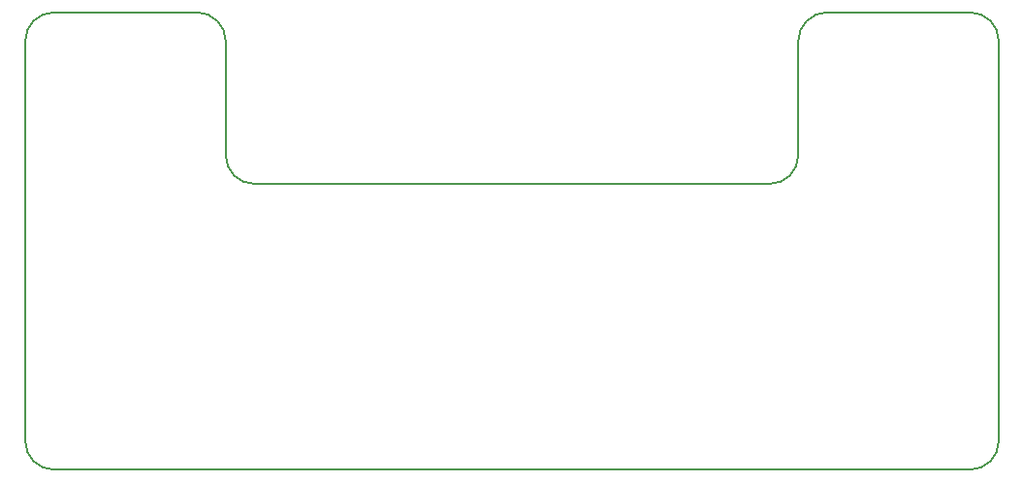
<source format=gbr>
G04 #@! TF.GenerationSoftware,KiCad,Pcbnew,5.1.9+dfsg1-1~bpo10+1*
G04 #@! TF.CreationDate,2021-05-29T21:01:30+02:00*
G04 #@! TF.ProjectId,esp_12e_traffic_monitor,6573705f-3132-4655-9f74-726166666963,C*
G04 #@! TF.SameCoordinates,Original*
G04 #@! TF.FileFunction,Profile,NP*
%FSLAX46Y46*%
G04 Gerber Fmt 4.6, Leading zero omitted, Abs format (unit mm)*
G04 Created by KiCad (PCBNEW 5.1.9+dfsg1-1~bpo10+1) date 2021-05-29 21:01:30*
%MOMM*%
%LPD*%
G01*
G04 APERTURE LIST*
G04 #@! TA.AperFunction,Profile*
%ADD10C,0.150000*%
G04 #@! TD*
G04 APERTURE END LIST*
D10*
X92500000Y-135000000D02*
G75*
G02*
X90000000Y-132500000I0J2500000D01*
G01*
X175000000Y-132500000D02*
G75*
G02*
X172500000Y-135000000I-2500000J0D01*
G01*
X172500000Y-95000000D02*
G75*
G02*
X175000000Y-97500000I0J-2500000D01*
G01*
X157500000Y-97500000D02*
G75*
G02*
X160000000Y-95000000I2500000J0D01*
G01*
X157500000Y-107500000D02*
G75*
G02*
X155000000Y-110000000I-2500000J0D01*
G01*
X110000000Y-110000000D02*
G75*
G02*
X107500000Y-107500000I0J2500000D01*
G01*
X105000000Y-95000000D02*
G75*
G02*
X107500000Y-97500000I0J-2500000D01*
G01*
X90000000Y-97500000D02*
G75*
G02*
X92500000Y-95000000I2500000J0D01*
G01*
X90000000Y-97500000D02*
X90000000Y-132500000D01*
X105000000Y-95000000D02*
X92500000Y-95000000D01*
X107500000Y-107500000D02*
X107500000Y-97500000D01*
X155000000Y-110000000D02*
X110000000Y-110000000D01*
X157500000Y-97500000D02*
X157500000Y-107500000D01*
X172500000Y-95000000D02*
X160000000Y-95000000D01*
X175000000Y-132500000D02*
X175000000Y-97500000D01*
X92500000Y-135000000D02*
X172500000Y-135000000D01*
M02*

</source>
